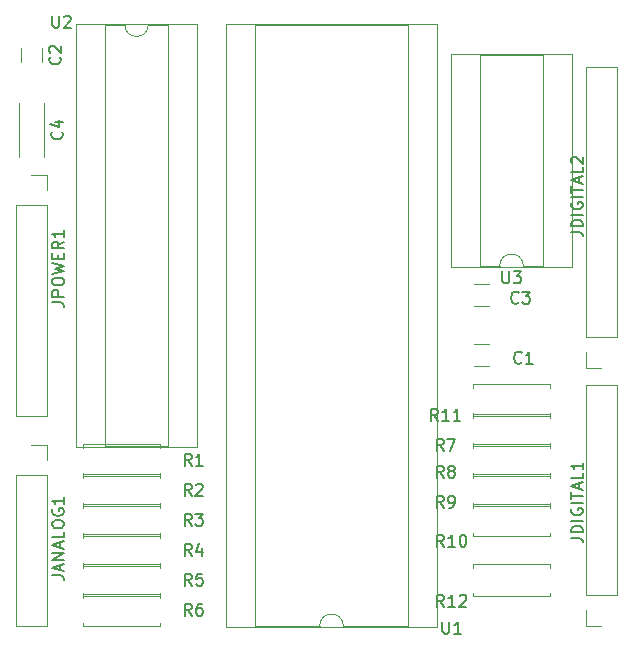
<source format=gbr>
G04 #@! TF.GenerationSoftware,KiCad,Pcbnew,(5.0.0)*
G04 #@! TF.CreationDate,2019-10-03T22:01:28+02:00*
G04 #@! TF.ProjectId,6502ino,36353032696E6F2E6B696361645F7063,rev?*
G04 #@! TF.SameCoordinates,Original*
G04 #@! TF.FileFunction,Legend,Top*
G04 #@! TF.FilePolarity,Positive*
%FSLAX46Y46*%
G04 Gerber Fmt 4.6, Leading zero omitted, Abs format (unit mm)*
G04 Created by KiCad (PCBNEW (5.0.0)) date 10/03/19 22:01:28*
%MOMM*%
%LPD*%
G01*
G04 APERTURE LIST*
%ADD10C,0.120000*%
%ADD11C,0.150000*%
G04 APERTURE END LIST*
D10*
G04 #@! TO.C,U3*
X179340000Y-77530000D02*
G75*
G02X181340000Y-77530000I1000000J0D01*
G01*
X181340000Y-77530000D02*
X182990000Y-77530000D01*
X182990000Y-77530000D02*
X182990000Y-59630000D01*
X182990000Y-59630000D02*
X177690000Y-59630000D01*
X177690000Y-59630000D02*
X177690000Y-77530000D01*
X177690000Y-77530000D02*
X179340000Y-77530000D01*
X185480000Y-77590000D02*
X185480000Y-59570000D01*
X185480000Y-59570000D02*
X175200000Y-59570000D01*
X175200000Y-59570000D02*
X175200000Y-77590000D01*
X175200000Y-77590000D02*
X185480000Y-77590000D01*
G04 #@! TO.C,U1*
X164100000Y-108010000D02*
G75*
G02X166100000Y-108010000I1000000J0D01*
G01*
X166100000Y-108010000D02*
X171560000Y-108010000D01*
X171560000Y-108010000D02*
X171560000Y-57090000D01*
X171560000Y-57090000D02*
X158640000Y-57090000D01*
X158640000Y-57090000D02*
X158640000Y-108010000D01*
X158640000Y-108010000D02*
X164100000Y-108010000D01*
X174050000Y-108070000D02*
X174050000Y-57030000D01*
X174050000Y-57030000D02*
X156150000Y-57030000D01*
X156150000Y-57030000D02*
X156150000Y-108070000D01*
X156150000Y-108070000D02*
X174050000Y-108070000D01*
G04 #@! TO.C,U2*
X149590000Y-57090000D02*
G75*
G02X147590000Y-57090000I-1000000J0D01*
G01*
X147590000Y-57090000D02*
X145940000Y-57090000D01*
X145940000Y-57090000D02*
X145940000Y-92770000D01*
X145940000Y-92770000D02*
X151240000Y-92770000D01*
X151240000Y-92770000D02*
X151240000Y-57090000D01*
X151240000Y-57090000D02*
X149590000Y-57090000D01*
X143450000Y-57030000D02*
X143450000Y-92830000D01*
X143450000Y-92830000D02*
X153730000Y-92830000D01*
X153730000Y-92830000D02*
X153730000Y-57030000D01*
X153730000Y-57030000D02*
X143450000Y-57030000D01*
G04 #@! TO.C,JANALOG1*
X138370000Y-95250000D02*
X141030000Y-95250000D01*
X138370000Y-95250000D02*
X138370000Y-108010000D01*
X138370000Y-108010000D02*
X141030000Y-108010000D01*
X141030000Y-95250000D02*
X141030000Y-108010000D01*
X141030000Y-92650000D02*
X141030000Y-93980000D01*
X139700000Y-92650000D02*
X141030000Y-92650000D01*
G04 #@! TO.C,JDIGITAL1*
X187960000Y-108010000D02*
X186630000Y-108010000D01*
X186630000Y-108010000D02*
X186630000Y-106680000D01*
X186630000Y-105410000D02*
X186630000Y-87570000D01*
X189290000Y-87570000D02*
X186630000Y-87570000D01*
X189290000Y-105410000D02*
X189290000Y-87570000D01*
X189290000Y-105410000D02*
X186630000Y-105410000D01*
G04 #@! TO.C,JDIGITAL2*
X189290000Y-83566000D02*
X186630000Y-83566000D01*
X189290000Y-83566000D02*
X189290000Y-60646000D01*
X189290000Y-60646000D02*
X186630000Y-60646000D01*
X186630000Y-83566000D02*
X186630000Y-60646000D01*
X186630000Y-86166000D02*
X186630000Y-84836000D01*
X187960000Y-86166000D02*
X186630000Y-86166000D01*
G04 #@! TO.C,JPOWER1*
X138370000Y-72390000D02*
X141030000Y-72390000D01*
X138370000Y-72390000D02*
X138370000Y-90230000D01*
X138370000Y-90230000D02*
X141030000Y-90230000D01*
X141030000Y-72390000D02*
X141030000Y-90230000D01*
X141030000Y-69790000D02*
X141030000Y-71120000D01*
X139700000Y-69790000D02*
X141030000Y-69790000D01*
G04 #@! TO.C,C1*
X177151000Y-86010000D02*
X178409000Y-86010000D01*
X177151000Y-84170000D02*
X178409000Y-84170000D01*
G04 #@! TO.C,C2*
X140620000Y-59041000D02*
X140620000Y-60299000D01*
X138780000Y-59041000D02*
X138780000Y-60299000D01*
G04 #@! TO.C,C3*
X177151000Y-80930000D02*
X178409000Y-80930000D01*
X177151000Y-79090000D02*
X178409000Y-79090000D01*
G04 #@! TO.C,R1*
X144050000Y-92610000D02*
X144050000Y-92940000D01*
X150590000Y-92610000D02*
X144050000Y-92610000D01*
X150590000Y-92940000D02*
X150590000Y-92610000D01*
X144050000Y-95350000D02*
X144050000Y-95020000D01*
X150590000Y-95350000D02*
X144050000Y-95350000D01*
X150590000Y-95020000D02*
X150590000Y-95350000D01*
G04 #@! TO.C,R2*
X150590000Y-97560000D02*
X150590000Y-97890000D01*
X150590000Y-97890000D02*
X144050000Y-97890000D01*
X144050000Y-97890000D02*
X144050000Y-97560000D01*
X150590000Y-95480000D02*
X150590000Y-95150000D01*
X150590000Y-95150000D02*
X144050000Y-95150000D01*
X144050000Y-95150000D02*
X144050000Y-95480000D01*
G04 #@! TO.C,R11*
X177070000Y-87860000D02*
X177070000Y-87530000D01*
X177070000Y-87530000D02*
X183610000Y-87530000D01*
X183610000Y-87530000D02*
X183610000Y-87860000D01*
X177070000Y-89940000D02*
X177070000Y-90270000D01*
X177070000Y-90270000D02*
X183610000Y-90270000D01*
X183610000Y-90270000D02*
X183610000Y-89940000D01*
G04 #@! TO.C,R3*
X150590000Y-100100000D02*
X150590000Y-100430000D01*
X150590000Y-100430000D02*
X144050000Y-100430000D01*
X144050000Y-100430000D02*
X144050000Y-100100000D01*
X150590000Y-98020000D02*
X150590000Y-97690000D01*
X150590000Y-97690000D02*
X144050000Y-97690000D01*
X144050000Y-97690000D02*
X144050000Y-98020000D01*
G04 #@! TO.C,R4*
X144050000Y-100230000D02*
X144050000Y-100560000D01*
X150590000Y-100230000D02*
X144050000Y-100230000D01*
X150590000Y-100560000D02*
X150590000Y-100230000D01*
X144050000Y-102970000D02*
X144050000Y-102640000D01*
X150590000Y-102970000D02*
X144050000Y-102970000D01*
X150590000Y-102640000D02*
X150590000Y-102970000D01*
G04 #@! TO.C,R5*
X150590000Y-105180000D02*
X150590000Y-105510000D01*
X150590000Y-105510000D02*
X144050000Y-105510000D01*
X144050000Y-105510000D02*
X144050000Y-105180000D01*
X150590000Y-103100000D02*
X150590000Y-102770000D01*
X150590000Y-102770000D02*
X144050000Y-102770000D01*
X144050000Y-102770000D02*
X144050000Y-103100000D01*
G04 #@! TO.C,R6*
X144050000Y-105310000D02*
X144050000Y-105640000D01*
X150590000Y-105310000D02*
X144050000Y-105310000D01*
X150590000Y-105640000D02*
X150590000Y-105310000D01*
X144050000Y-108050000D02*
X144050000Y-107720000D01*
X150590000Y-108050000D02*
X144050000Y-108050000D01*
X150590000Y-107720000D02*
X150590000Y-108050000D01*
G04 #@! TO.C,R7*
X183610000Y-92810000D02*
X183610000Y-92480000D01*
X177070000Y-92810000D02*
X183610000Y-92810000D01*
X177070000Y-92480000D02*
X177070000Y-92810000D01*
X183610000Y-90070000D02*
X183610000Y-90400000D01*
X177070000Y-90070000D02*
X183610000Y-90070000D01*
X177070000Y-90400000D02*
X177070000Y-90070000D01*
G04 #@! TO.C,R8*
X177070000Y-92940000D02*
X177070000Y-92610000D01*
X177070000Y-92610000D02*
X183610000Y-92610000D01*
X183610000Y-92610000D02*
X183610000Y-92940000D01*
X177070000Y-95020000D02*
X177070000Y-95350000D01*
X177070000Y-95350000D02*
X183610000Y-95350000D01*
X183610000Y-95350000D02*
X183610000Y-95020000D01*
G04 #@! TO.C,R9*
X177070000Y-95480000D02*
X177070000Y-95150000D01*
X177070000Y-95150000D02*
X183610000Y-95150000D01*
X183610000Y-95150000D02*
X183610000Y-95480000D01*
X177070000Y-97560000D02*
X177070000Y-97890000D01*
X177070000Y-97890000D02*
X183610000Y-97890000D01*
X183610000Y-97890000D02*
X183610000Y-97560000D01*
G04 #@! TO.C,R10*
X183610000Y-100430000D02*
X183610000Y-100100000D01*
X177070000Y-100430000D02*
X183610000Y-100430000D01*
X177070000Y-100100000D02*
X177070000Y-100430000D01*
X183610000Y-97690000D02*
X183610000Y-98020000D01*
X177070000Y-97690000D02*
X183610000Y-97690000D01*
X177070000Y-98020000D02*
X177070000Y-97690000D01*
G04 #@! TO.C,R12*
X177070000Y-103100000D02*
X177070000Y-102770000D01*
X177070000Y-102770000D02*
X183610000Y-102770000D01*
X183610000Y-102770000D02*
X183610000Y-103100000D01*
X177070000Y-105180000D02*
X177070000Y-105510000D01*
X177070000Y-105510000D02*
X183610000Y-105510000D01*
X183610000Y-105510000D02*
X183610000Y-105180000D01*
G04 #@! TO.C,C4*
X140770000Y-63730000D02*
X140770000Y-68270000D01*
X138630000Y-63730000D02*
X138630000Y-68270000D01*
X140770000Y-63730000D02*
X140755000Y-63730000D01*
X138645000Y-63730000D02*
X138630000Y-63730000D01*
X140770000Y-68270000D02*
X140755000Y-68270000D01*
X138645000Y-68270000D02*
X138630000Y-68270000D01*
G04 #@! TO.C,U3*
D11*
X179578095Y-77982380D02*
X179578095Y-78791904D01*
X179625714Y-78887142D01*
X179673333Y-78934761D01*
X179768571Y-78982380D01*
X179959047Y-78982380D01*
X180054285Y-78934761D01*
X180101904Y-78887142D01*
X180149523Y-78791904D01*
X180149523Y-77982380D01*
X180530476Y-77982380D02*
X181149523Y-77982380D01*
X180816190Y-78363333D01*
X180959047Y-78363333D01*
X181054285Y-78410952D01*
X181101904Y-78458571D01*
X181149523Y-78553809D01*
X181149523Y-78791904D01*
X181101904Y-78887142D01*
X181054285Y-78934761D01*
X180959047Y-78982380D01*
X180673333Y-78982380D01*
X180578095Y-78934761D01*
X180530476Y-78887142D01*
G04 #@! TO.C,U1*
X174498095Y-107656380D02*
X174498095Y-108465904D01*
X174545714Y-108561142D01*
X174593333Y-108608761D01*
X174688571Y-108656380D01*
X174879047Y-108656380D01*
X174974285Y-108608761D01*
X175021904Y-108561142D01*
X175069523Y-108465904D01*
X175069523Y-107656380D01*
X176069523Y-108656380D02*
X175498095Y-108656380D01*
X175783809Y-108656380D02*
X175783809Y-107656380D01*
X175688571Y-107799238D01*
X175593333Y-107894476D01*
X175498095Y-107942095D01*
G04 #@! TO.C,U2*
X141478095Y-56348380D02*
X141478095Y-57157904D01*
X141525714Y-57253142D01*
X141573333Y-57300761D01*
X141668571Y-57348380D01*
X141859047Y-57348380D01*
X141954285Y-57300761D01*
X142001904Y-57253142D01*
X142049523Y-57157904D01*
X142049523Y-56348380D01*
X142478095Y-56443619D02*
X142525714Y-56396000D01*
X142620952Y-56348380D01*
X142859047Y-56348380D01*
X142954285Y-56396000D01*
X143001904Y-56443619D01*
X143049523Y-56538857D01*
X143049523Y-56634095D01*
X143001904Y-56776952D01*
X142430476Y-57348380D01*
X143049523Y-57348380D01*
G04 #@! TO.C,JANALOG1*
X141438380Y-103726857D02*
X142152666Y-103726857D01*
X142295523Y-103774476D01*
X142390761Y-103869714D01*
X142438380Y-104012571D01*
X142438380Y-104107809D01*
X142152666Y-103298285D02*
X142152666Y-102822095D01*
X142438380Y-103393523D02*
X141438380Y-103060190D01*
X142438380Y-102726857D01*
X142438380Y-102393523D02*
X141438380Y-102393523D01*
X142438380Y-101822095D01*
X141438380Y-101822095D01*
X142152666Y-101393523D02*
X142152666Y-100917333D01*
X142438380Y-101488761D02*
X141438380Y-101155428D01*
X142438380Y-100822095D01*
X142438380Y-100012571D02*
X142438380Y-100488761D01*
X141438380Y-100488761D01*
X141438380Y-99488761D02*
X141438380Y-99298285D01*
X141486000Y-99203047D01*
X141581238Y-99107809D01*
X141771714Y-99060190D01*
X142105047Y-99060190D01*
X142295523Y-99107809D01*
X142390761Y-99203047D01*
X142438380Y-99298285D01*
X142438380Y-99488761D01*
X142390761Y-99584000D01*
X142295523Y-99679238D01*
X142105047Y-99726857D01*
X141771714Y-99726857D01*
X141581238Y-99679238D01*
X141486000Y-99584000D01*
X141438380Y-99488761D01*
X141486000Y-98107809D02*
X141438380Y-98203047D01*
X141438380Y-98345904D01*
X141486000Y-98488761D01*
X141581238Y-98584000D01*
X141676476Y-98631619D01*
X141866952Y-98679238D01*
X142009809Y-98679238D01*
X142200285Y-98631619D01*
X142295523Y-98584000D01*
X142390761Y-98488761D01*
X142438380Y-98345904D01*
X142438380Y-98250666D01*
X142390761Y-98107809D01*
X142343142Y-98060190D01*
X142009809Y-98060190D01*
X142009809Y-98250666D01*
X142438380Y-97107809D02*
X142438380Y-97679238D01*
X142438380Y-97393523D02*
X141438380Y-97393523D01*
X141581238Y-97488761D01*
X141676476Y-97584000D01*
X141724095Y-97679238D01*
G04 #@! TO.C,JDIGITAL1*
X185380380Y-100559809D02*
X186094666Y-100559809D01*
X186237523Y-100607428D01*
X186332761Y-100702666D01*
X186380380Y-100845523D01*
X186380380Y-100940761D01*
X186380380Y-100083619D02*
X185380380Y-100083619D01*
X185380380Y-99845523D01*
X185428000Y-99702666D01*
X185523238Y-99607428D01*
X185618476Y-99559809D01*
X185808952Y-99512190D01*
X185951809Y-99512190D01*
X186142285Y-99559809D01*
X186237523Y-99607428D01*
X186332761Y-99702666D01*
X186380380Y-99845523D01*
X186380380Y-100083619D01*
X186380380Y-99083619D02*
X185380380Y-99083619D01*
X185428000Y-98083619D02*
X185380380Y-98178857D01*
X185380380Y-98321714D01*
X185428000Y-98464571D01*
X185523238Y-98559809D01*
X185618476Y-98607428D01*
X185808952Y-98655047D01*
X185951809Y-98655047D01*
X186142285Y-98607428D01*
X186237523Y-98559809D01*
X186332761Y-98464571D01*
X186380380Y-98321714D01*
X186380380Y-98226476D01*
X186332761Y-98083619D01*
X186285142Y-98036000D01*
X185951809Y-98036000D01*
X185951809Y-98226476D01*
X186380380Y-97607428D02*
X185380380Y-97607428D01*
X185380380Y-97274095D02*
X185380380Y-96702666D01*
X186380380Y-96988380D02*
X185380380Y-96988380D01*
X186094666Y-96416952D02*
X186094666Y-95940761D01*
X186380380Y-96512190D02*
X185380380Y-96178857D01*
X186380380Y-95845523D01*
X186380380Y-95036000D02*
X186380380Y-95512190D01*
X185380380Y-95512190D01*
X186380380Y-94178857D02*
X186380380Y-94750285D01*
X186380380Y-94464571D02*
X185380380Y-94464571D01*
X185523238Y-94559809D01*
X185618476Y-94655047D01*
X185666095Y-94750285D01*
G04 #@! TO.C,JDIGITAL2*
X185380380Y-74651809D02*
X186094666Y-74651809D01*
X186237523Y-74699428D01*
X186332761Y-74794666D01*
X186380380Y-74937523D01*
X186380380Y-75032761D01*
X186380380Y-74175619D02*
X185380380Y-74175619D01*
X185380380Y-73937523D01*
X185428000Y-73794666D01*
X185523238Y-73699428D01*
X185618476Y-73651809D01*
X185808952Y-73604190D01*
X185951809Y-73604190D01*
X186142285Y-73651809D01*
X186237523Y-73699428D01*
X186332761Y-73794666D01*
X186380380Y-73937523D01*
X186380380Y-74175619D01*
X186380380Y-73175619D02*
X185380380Y-73175619D01*
X185428000Y-72175619D02*
X185380380Y-72270857D01*
X185380380Y-72413714D01*
X185428000Y-72556571D01*
X185523238Y-72651809D01*
X185618476Y-72699428D01*
X185808952Y-72747047D01*
X185951809Y-72747047D01*
X186142285Y-72699428D01*
X186237523Y-72651809D01*
X186332761Y-72556571D01*
X186380380Y-72413714D01*
X186380380Y-72318476D01*
X186332761Y-72175619D01*
X186285142Y-72128000D01*
X185951809Y-72128000D01*
X185951809Y-72318476D01*
X186380380Y-71699428D02*
X185380380Y-71699428D01*
X185380380Y-71366095D02*
X185380380Y-70794666D01*
X186380380Y-71080380D02*
X185380380Y-71080380D01*
X186094666Y-70508952D02*
X186094666Y-70032761D01*
X186380380Y-70604190D02*
X185380380Y-70270857D01*
X186380380Y-69937523D01*
X186380380Y-69128000D02*
X186380380Y-69604190D01*
X185380380Y-69604190D01*
X185475619Y-68842285D02*
X185428000Y-68794666D01*
X185380380Y-68699428D01*
X185380380Y-68461333D01*
X185428000Y-68366095D01*
X185475619Y-68318476D01*
X185570857Y-68270857D01*
X185666095Y-68270857D01*
X185808952Y-68318476D01*
X186380380Y-68889904D01*
X186380380Y-68270857D01*
G04 #@! TO.C,JPOWER1*
X141438380Y-80604952D02*
X142152666Y-80604952D01*
X142295523Y-80652571D01*
X142390761Y-80747809D01*
X142438380Y-80890666D01*
X142438380Y-80985904D01*
X142438380Y-80128761D02*
X141438380Y-80128761D01*
X141438380Y-79747809D01*
X141486000Y-79652571D01*
X141533619Y-79604952D01*
X141628857Y-79557333D01*
X141771714Y-79557333D01*
X141866952Y-79604952D01*
X141914571Y-79652571D01*
X141962190Y-79747809D01*
X141962190Y-80128761D01*
X141438380Y-78938285D02*
X141438380Y-78747809D01*
X141486000Y-78652571D01*
X141581238Y-78557333D01*
X141771714Y-78509714D01*
X142105047Y-78509714D01*
X142295523Y-78557333D01*
X142390761Y-78652571D01*
X142438380Y-78747809D01*
X142438380Y-78938285D01*
X142390761Y-79033523D01*
X142295523Y-79128761D01*
X142105047Y-79176380D01*
X141771714Y-79176380D01*
X141581238Y-79128761D01*
X141486000Y-79033523D01*
X141438380Y-78938285D01*
X141438380Y-78176380D02*
X142438380Y-77938285D01*
X141724095Y-77747809D01*
X142438380Y-77557333D01*
X141438380Y-77319238D01*
X141914571Y-76938285D02*
X141914571Y-76604952D01*
X142438380Y-76462095D02*
X142438380Y-76938285D01*
X141438380Y-76938285D01*
X141438380Y-76462095D01*
X142438380Y-75462095D02*
X141962190Y-75795428D01*
X142438380Y-76033523D02*
X141438380Y-76033523D01*
X141438380Y-75652571D01*
X141486000Y-75557333D01*
X141533619Y-75509714D01*
X141628857Y-75462095D01*
X141771714Y-75462095D01*
X141866952Y-75509714D01*
X141914571Y-75557333D01*
X141962190Y-75652571D01*
X141962190Y-76033523D01*
X142438380Y-74509714D02*
X142438380Y-75081142D01*
X142438380Y-74795428D02*
X141438380Y-74795428D01*
X141581238Y-74890666D01*
X141676476Y-74985904D01*
X141724095Y-75081142D01*
G04 #@! TO.C,C1*
X181189333Y-85701142D02*
X181141714Y-85748761D01*
X180998857Y-85796380D01*
X180903619Y-85796380D01*
X180760761Y-85748761D01*
X180665523Y-85653523D01*
X180617904Y-85558285D01*
X180570285Y-85367809D01*
X180570285Y-85224952D01*
X180617904Y-85034476D01*
X180665523Y-84939238D01*
X180760761Y-84844000D01*
X180903619Y-84796380D01*
X180998857Y-84796380D01*
X181141714Y-84844000D01*
X181189333Y-84891619D01*
X182141714Y-85796380D02*
X181570285Y-85796380D01*
X181856000Y-85796380D02*
X181856000Y-84796380D01*
X181760761Y-84939238D01*
X181665523Y-85034476D01*
X181570285Y-85082095D01*
G04 #@! TO.C,C2*
X142107142Y-59836666D02*
X142154761Y-59884285D01*
X142202380Y-60027142D01*
X142202380Y-60122380D01*
X142154761Y-60265238D01*
X142059523Y-60360476D01*
X141964285Y-60408095D01*
X141773809Y-60455714D01*
X141630952Y-60455714D01*
X141440476Y-60408095D01*
X141345238Y-60360476D01*
X141250000Y-60265238D01*
X141202380Y-60122380D01*
X141202380Y-60027142D01*
X141250000Y-59884285D01*
X141297619Y-59836666D01*
X141297619Y-59455714D02*
X141250000Y-59408095D01*
X141202380Y-59312857D01*
X141202380Y-59074761D01*
X141250000Y-58979523D01*
X141297619Y-58931904D01*
X141392857Y-58884285D01*
X141488095Y-58884285D01*
X141630952Y-58931904D01*
X142202380Y-59503333D01*
X142202380Y-58884285D01*
G04 #@! TO.C,C3*
X180935333Y-80621142D02*
X180887714Y-80668761D01*
X180744857Y-80716380D01*
X180649619Y-80716380D01*
X180506761Y-80668761D01*
X180411523Y-80573523D01*
X180363904Y-80478285D01*
X180316285Y-80287809D01*
X180316285Y-80144952D01*
X180363904Y-79954476D01*
X180411523Y-79859238D01*
X180506761Y-79764000D01*
X180649619Y-79716380D01*
X180744857Y-79716380D01*
X180887714Y-79764000D01*
X180935333Y-79811619D01*
X181268666Y-79716380D02*
X181887714Y-79716380D01*
X181554380Y-80097333D01*
X181697238Y-80097333D01*
X181792476Y-80144952D01*
X181840095Y-80192571D01*
X181887714Y-80287809D01*
X181887714Y-80525904D01*
X181840095Y-80621142D01*
X181792476Y-80668761D01*
X181697238Y-80716380D01*
X181411523Y-80716380D01*
X181316285Y-80668761D01*
X181268666Y-80621142D01*
G04 #@! TO.C,R1*
X153249333Y-94432380D02*
X152916000Y-93956190D01*
X152677904Y-94432380D02*
X152677904Y-93432380D01*
X153058857Y-93432380D01*
X153154095Y-93480000D01*
X153201714Y-93527619D01*
X153249333Y-93622857D01*
X153249333Y-93765714D01*
X153201714Y-93860952D01*
X153154095Y-93908571D01*
X153058857Y-93956190D01*
X152677904Y-93956190D01*
X154201714Y-94432380D02*
X153630285Y-94432380D01*
X153916000Y-94432380D02*
X153916000Y-93432380D01*
X153820761Y-93575238D01*
X153725523Y-93670476D01*
X153630285Y-93718095D01*
G04 #@! TO.C,R2*
X153249333Y-96972380D02*
X152916000Y-96496190D01*
X152677904Y-96972380D02*
X152677904Y-95972380D01*
X153058857Y-95972380D01*
X153154095Y-96020000D01*
X153201714Y-96067619D01*
X153249333Y-96162857D01*
X153249333Y-96305714D01*
X153201714Y-96400952D01*
X153154095Y-96448571D01*
X153058857Y-96496190D01*
X152677904Y-96496190D01*
X153630285Y-96067619D02*
X153677904Y-96020000D01*
X153773142Y-95972380D01*
X154011238Y-95972380D01*
X154106476Y-96020000D01*
X154154095Y-96067619D01*
X154201714Y-96162857D01*
X154201714Y-96258095D01*
X154154095Y-96400952D01*
X153582666Y-96972380D01*
X154201714Y-96972380D01*
G04 #@! TO.C,R11*
X174109142Y-90622380D02*
X173775809Y-90146190D01*
X173537714Y-90622380D02*
X173537714Y-89622380D01*
X173918666Y-89622380D01*
X174013904Y-89670000D01*
X174061523Y-89717619D01*
X174109142Y-89812857D01*
X174109142Y-89955714D01*
X174061523Y-90050952D01*
X174013904Y-90098571D01*
X173918666Y-90146190D01*
X173537714Y-90146190D01*
X175061523Y-90622380D02*
X174490095Y-90622380D01*
X174775809Y-90622380D02*
X174775809Y-89622380D01*
X174680571Y-89765238D01*
X174585333Y-89860476D01*
X174490095Y-89908095D01*
X176013904Y-90622380D02*
X175442476Y-90622380D01*
X175728190Y-90622380D02*
X175728190Y-89622380D01*
X175632952Y-89765238D01*
X175537714Y-89860476D01*
X175442476Y-89908095D01*
G04 #@! TO.C,R3*
X153249333Y-99512380D02*
X152916000Y-99036190D01*
X152677904Y-99512380D02*
X152677904Y-98512380D01*
X153058857Y-98512380D01*
X153154095Y-98560000D01*
X153201714Y-98607619D01*
X153249333Y-98702857D01*
X153249333Y-98845714D01*
X153201714Y-98940952D01*
X153154095Y-98988571D01*
X153058857Y-99036190D01*
X152677904Y-99036190D01*
X153582666Y-98512380D02*
X154201714Y-98512380D01*
X153868380Y-98893333D01*
X154011238Y-98893333D01*
X154106476Y-98940952D01*
X154154095Y-98988571D01*
X154201714Y-99083809D01*
X154201714Y-99321904D01*
X154154095Y-99417142D01*
X154106476Y-99464761D01*
X154011238Y-99512380D01*
X153725523Y-99512380D01*
X153630285Y-99464761D01*
X153582666Y-99417142D01*
G04 #@! TO.C,R4*
X153249333Y-102052380D02*
X152916000Y-101576190D01*
X152677904Y-102052380D02*
X152677904Y-101052380D01*
X153058857Y-101052380D01*
X153154095Y-101100000D01*
X153201714Y-101147619D01*
X153249333Y-101242857D01*
X153249333Y-101385714D01*
X153201714Y-101480952D01*
X153154095Y-101528571D01*
X153058857Y-101576190D01*
X152677904Y-101576190D01*
X154106476Y-101385714D02*
X154106476Y-102052380D01*
X153868380Y-101004761D02*
X153630285Y-101719047D01*
X154249333Y-101719047D01*
G04 #@! TO.C,R5*
X153249333Y-104592380D02*
X152916000Y-104116190D01*
X152677904Y-104592380D02*
X152677904Y-103592380D01*
X153058857Y-103592380D01*
X153154095Y-103640000D01*
X153201714Y-103687619D01*
X153249333Y-103782857D01*
X153249333Y-103925714D01*
X153201714Y-104020952D01*
X153154095Y-104068571D01*
X153058857Y-104116190D01*
X152677904Y-104116190D01*
X154154095Y-103592380D02*
X153677904Y-103592380D01*
X153630285Y-104068571D01*
X153677904Y-104020952D01*
X153773142Y-103973333D01*
X154011238Y-103973333D01*
X154106476Y-104020952D01*
X154154095Y-104068571D01*
X154201714Y-104163809D01*
X154201714Y-104401904D01*
X154154095Y-104497142D01*
X154106476Y-104544761D01*
X154011238Y-104592380D01*
X153773142Y-104592380D01*
X153677904Y-104544761D01*
X153630285Y-104497142D01*
G04 #@! TO.C,R6*
X153249333Y-107132380D02*
X152916000Y-106656190D01*
X152677904Y-107132380D02*
X152677904Y-106132380D01*
X153058857Y-106132380D01*
X153154095Y-106180000D01*
X153201714Y-106227619D01*
X153249333Y-106322857D01*
X153249333Y-106465714D01*
X153201714Y-106560952D01*
X153154095Y-106608571D01*
X153058857Y-106656190D01*
X152677904Y-106656190D01*
X154106476Y-106132380D02*
X153916000Y-106132380D01*
X153820761Y-106180000D01*
X153773142Y-106227619D01*
X153677904Y-106370476D01*
X153630285Y-106560952D01*
X153630285Y-106941904D01*
X153677904Y-107037142D01*
X153725523Y-107084761D01*
X153820761Y-107132380D01*
X154011238Y-107132380D01*
X154106476Y-107084761D01*
X154154095Y-107037142D01*
X154201714Y-106941904D01*
X154201714Y-106703809D01*
X154154095Y-106608571D01*
X154106476Y-106560952D01*
X154011238Y-106513333D01*
X153820761Y-106513333D01*
X153725523Y-106560952D01*
X153677904Y-106608571D01*
X153630285Y-106703809D01*
G04 #@! TO.C,R7*
X174585333Y-93162380D02*
X174252000Y-92686190D01*
X174013904Y-93162380D02*
X174013904Y-92162380D01*
X174394857Y-92162380D01*
X174490095Y-92210000D01*
X174537714Y-92257619D01*
X174585333Y-92352857D01*
X174585333Y-92495714D01*
X174537714Y-92590952D01*
X174490095Y-92638571D01*
X174394857Y-92686190D01*
X174013904Y-92686190D01*
X174918666Y-92162380D02*
X175585333Y-92162380D01*
X175156761Y-93162380D01*
G04 #@! TO.C,R8*
X174585333Y-95448380D02*
X174252000Y-94972190D01*
X174013904Y-95448380D02*
X174013904Y-94448380D01*
X174394857Y-94448380D01*
X174490095Y-94496000D01*
X174537714Y-94543619D01*
X174585333Y-94638857D01*
X174585333Y-94781714D01*
X174537714Y-94876952D01*
X174490095Y-94924571D01*
X174394857Y-94972190D01*
X174013904Y-94972190D01*
X175156761Y-94876952D02*
X175061523Y-94829333D01*
X175013904Y-94781714D01*
X174966285Y-94686476D01*
X174966285Y-94638857D01*
X175013904Y-94543619D01*
X175061523Y-94496000D01*
X175156761Y-94448380D01*
X175347238Y-94448380D01*
X175442476Y-94496000D01*
X175490095Y-94543619D01*
X175537714Y-94638857D01*
X175537714Y-94686476D01*
X175490095Y-94781714D01*
X175442476Y-94829333D01*
X175347238Y-94876952D01*
X175156761Y-94876952D01*
X175061523Y-94924571D01*
X175013904Y-94972190D01*
X174966285Y-95067428D01*
X174966285Y-95257904D01*
X175013904Y-95353142D01*
X175061523Y-95400761D01*
X175156761Y-95448380D01*
X175347238Y-95448380D01*
X175442476Y-95400761D01*
X175490095Y-95353142D01*
X175537714Y-95257904D01*
X175537714Y-95067428D01*
X175490095Y-94972190D01*
X175442476Y-94924571D01*
X175347238Y-94876952D01*
G04 #@! TO.C,R9*
X174585333Y-97988380D02*
X174252000Y-97512190D01*
X174013904Y-97988380D02*
X174013904Y-96988380D01*
X174394857Y-96988380D01*
X174490095Y-97036000D01*
X174537714Y-97083619D01*
X174585333Y-97178857D01*
X174585333Y-97321714D01*
X174537714Y-97416952D01*
X174490095Y-97464571D01*
X174394857Y-97512190D01*
X174013904Y-97512190D01*
X175061523Y-97988380D02*
X175252000Y-97988380D01*
X175347238Y-97940761D01*
X175394857Y-97893142D01*
X175490095Y-97750285D01*
X175537714Y-97559809D01*
X175537714Y-97178857D01*
X175490095Y-97083619D01*
X175442476Y-97036000D01*
X175347238Y-96988380D01*
X175156761Y-96988380D01*
X175061523Y-97036000D01*
X175013904Y-97083619D01*
X174966285Y-97178857D01*
X174966285Y-97416952D01*
X175013904Y-97512190D01*
X175061523Y-97559809D01*
X175156761Y-97607428D01*
X175347238Y-97607428D01*
X175442476Y-97559809D01*
X175490095Y-97512190D01*
X175537714Y-97416952D01*
G04 #@! TO.C,R10*
X174617142Y-101290380D02*
X174283809Y-100814190D01*
X174045714Y-101290380D02*
X174045714Y-100290380D01*
X174426666Y-100290380D01*
X174521904Y-100338000D01*
X174569523Y-100385619D01*
X174617142Y-100480857D01*
X174617142Y-100623714D01*
X174569523Y-100718952D01*
X174521904Y-100766571D01*
X174426666Y-100814190D01*
X174045714Y-100814190D01*
X175569523Y-101290380D02*
X174998095Y-101290380D01*
X175283809Y-101290380D02*
X175283809Y-100290380D01*
X175188571Y-100433238D01*
X175093333Y-100528476D01*
X174998095Y-100576095D01*
X176188571Y-100290380D02*
X176283809Y-100290380D01*
X176379047Y-100338000D01*
X176426666Y-100385619D01*
X176474285Y-100480857D01*
X176521904Y-100671333D01*
X176521904Y-100909428D01*
X176474285Y-101099904D01*
X176426666Y-101195142D01*
X176379047Y-101242761D01*
X176283809Y-101290380D01*
X176188571Y-101290380D01*
X176093333Y-101242761D01*
X176045714Y-101195142D01*
X175998095Y-101099904D01*
X175950476Y-100909428D01*
X175950476Y-100671333D01*
X175998095Y-100480857D01*
X176045714Y-100385619D01*
X176093333Y-100338000D01*
X176188571Y-100290380D01*
G04 #@! TO.C,R12*
X174617142Y-106370380D02*
X174283809Y-105894190D01*
X174045714Y-106370380D02*
X174045714Y-105370380D01*
X174426666Y-105370380D01*
X174521904Y-105418000D01*
X174569523Y-105465619D01*
X174617142Y-105560857D01*
X174617142Y-105703714D01*
X174569523Y-105798952D01*
X174521904Y-105846571D01*
X174426666Y-105894190D01*
X174045714Y-105894190D01*
X175569523Y-106370380D02*
X174998095Y-106370380D01*
X175283809Y-106370380D02*
X175283809Y-105370380D01*
X175188571Y-105513238D01*
X175093333Y-105608476D01*
X174998095Y-105656095D01*
X175950476Y-105465619D02*
X175998095Y-105418000D01*
X176093333Y-105370380D01*
X176331428Y-105370380D01*
X176426666Y-105418000D01*
X176474285Y-105465619D01*
X176521904Y-105560857D01*
X176521904Y-105656095D01*
X176474285Y-105798952D01*
X175902857Y-106370380D01*
X176521904Y-106370380D01*
G04 #@! TO.C,C4*
X142257142Y-66166666D02*
X142304761Y-66214285D01*
X142352380Y-66357142D01*
X142352380Y-66452380D01*
X142304761Y-66595238D01*
X142209523Y-66690476D01*
X142114285Y-66738095D01*
X141923809Y-66785714D01*
X141780952Y-66785714D01*
X141590476Y-66738095D01*
X141495238Y-66690476D01*
X141400000Y-66595238D01*
X141352380Y-66452380D01*
X141352380Y-66357142D01*
X141400000Y-66214285D01*
X141447619Y-66166666D01*
X141685714Y-65309523D02*
X142352380Y-65309523D01*
X141304761Y-65547619D02*
X142019047Y-65785714D01*
X142019047Y-65166666D01*
G04 #@! TD*
M02*

</source>
